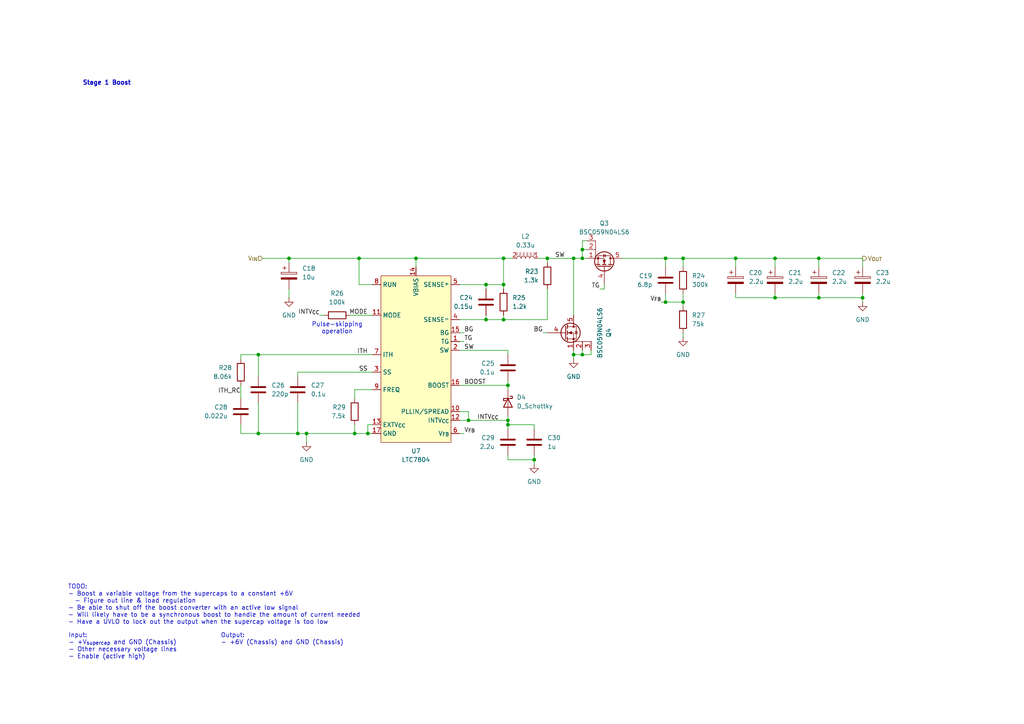
<source format=kicad_sch>
(kicad_sch (version 20250114) (generator "eeschema") (generator_version "9.0")
  (paper "A4")
  (title_block (title "Output Boost (Stage 1)") (date "2025-02-12") (rev "1") (company "UT Robomaster") (comment 1 "Robomaster"))
  (lib_symbols
    (symbol "Device:C" (pin_numbers (hide yes)) (pin_names (offset 0.254))
      (property "Reference" "C" (at 0.635 2.54 0))
      (property "Value" "C" (at 0.635 -2.54 0))
      (symbol "C_0_1"
        (polyline (pts (xy -2.032 0.762) (xy 2.032 0.762)) (stroke (width 0.508)))
        (polyline (pts (xy -2.032 -0.762) (xy 2.032 -0.762)) (stroke (width 0.508)))
      )
      (symbol "C_1_1"
        (pin passive line (at 0 3.81 270) (length 2.794) (name "~") (number "1"))
        (pin passive line (at 0 -3.81 90) (length 2.794) (name "~") (number "2"))
      )
    )
    (symbol "Device:C_Polarized" (pin_numbers (hide yes)) (pin_names (offset 0.254))
      (property "Reference" "C" (at 0.635 2.54 0))
      (property "Value" "C_Polarized" (at 0.635 -2.54 0))
      (symbol "C_Polarized_0_1"
        (rectangle (start -2.286 0.508) (end 2.286 1.016))
        (polyline (pts (xy -1.778 2.286) (xy -0.762 2.286)))
        (polyline (pts (xy -1.27 2.794) (xy -1.27 1.778)))
        (rectangle (start 2.286 -0.508) (end -2.286 -1.016) (fill (type outline)))
      )
      (symbol "C_Polarized_1_1"
        (pin passive line (at 0 3.81 270) (length 2.794) (name "~") (number "1"))
        (pin passive line (at 0 -3.81 90) (length 2.794) (name "~") (number "2"))
      )
    )
    (symbol "Device:D_Schottky" (pin_numbers (hide yes)) (pin_names (offset 1.016) (hide yes))
      (property "Reference" "D" (at 0 2.54 0))
      (property "Value" "D_Schottky" (at 0 -2.54 0))
      (symbol "D_Schottky_0_1"
        (polyline (pts (xy -1.905 0.635) (xy -1.905 1.27) (xy -1.27 1.27) (xy -1.27 -1.27) (xy -0.635 -1.27) (xy -0.635 -0.635)) (stroke (width 0.254)))
        (polyline (pts (xy 1.27 1.27) (xy 1.27 -1.27) (xy -1.27 0) (xy 1.27 1.27)) (stroke (width 0.254)))
        (polyline (pts (xy 1.27 0) (xy -1.27 0)))
      )
      (symbol "D_Schottky_1_1"
        (pin passive line (at -3.81 0 0) (length 2.54) (name "K") (number "1"))
        (pin passive line (at 3.81 0 180) (length 2.54) (name "A") (number "2"))
      )
    )
    (symbol "Device:L_Ferrite" (pin_names (offset 1.016) (hide yes))
      (property "Reference" "L" (at -1.27 0 90))
      (property "Value" "L_Ferrite" (at 2.794 0 90))
      (symbol "L_Ferrite_0_1"
        (arc (start 0 2.54) (mid 0.6323 1.905) (end 0 1.27))
        (arc (start 0 1.27) (mid 0.6323 0.635) (end 0 0))
        (arc (start 0 0) (mid 0.6323 -0.635) (end 0 -1.27))
        (arc (start 0 -1.27) (mid 0.6323 -1.905) (end 0 -2.54))
        (polyline (pts (xy 1.016 2.286) (xy 1.016 2.794)))
        (polyline (pts (xy 1.016 1.27) (xy 1.016 1.778)))
        (polyline (pts (xy 1.016 0.254) (xy 1.016 0.762)))
        (polyline (pts (xy 1.016 -0.762) (xy 1.016 -0.254)))
        (polyline (pts (xy 1.016 -1.778) (xy 1.016 -1.27)))
        (polyline (pts (xy 1.016 -2.794) (xy 1.016 -2.286)))
        (polyline (pts (xy 1.524 2.794) (xy 1.524 2.286)))
        (polyline (pts (xy 1.524 1.778) (xy 1.524 1.27)))
        (polyline (pts (xy 1.524 0.762) (xy 1.524 0.254)))
        (polyline (pts (xy 1.524 -0.254) (xy 1.524 -0.762)))
        (polyline (pts (xy 1.524 -1.27) (xy 1.524 -1.778)))
        (polyline (pts (xy 1.524 -2.286) (xy 1.524 -2.794)))
      )
      (symbol "L_Ferrite_1_1"
        (pin passive line (at 0 3.81 270) (length 1.27) (name "1") (number "1"))
        (pin passive line (at 0 -3.81 90) (length 1.27) (name "2") (number "2"))
      )
    )
    (symbol "Device:R" (pin_numbers (hide yes)) (pin_names (offset 0))
      (property "Reference" "R" (at 2.032 0 90))
      (property "Value" "R" (at 0 0 90))
      (symbol "R_0_1"
        (rectangle (start -1.016 -2.54) (end 1.016 2.54) (stroke (width 0.254)))
      )
      (symbol "R_1_1"
        (pin passive line (at 0 3.81 270) (length 1.27) (name "~") (number "1"))
        (pin passive line (at 0 -3.81 90) (length 1.27) (name "~") (number "2"))
      )
    )
    (symbol "LTC7804_1"
      (property "Reference" "U" (at 0 -50.8 0))
      (property "Value" "LTC7804" (at 0 -52.832 0))
      (symbol "LTC7804_1_1_1"
        (rectangle (start -10.16 -1.27) (end 10.16 -49.53) (fill (type background)))
        (pin input line (at -12.7 -3.81 0) (length 2.54) (name "RUN") (number "8"))
        (pin input line (at -12.7 -12.7 0) (length 2.54) (name "MODE") (number "11"))
        (pin input line (at -12.7 -24.13 0) (length 2.54) (name "ITH") (number "7"))
        (pin input line (at -12.7 -29.21 0) (length 2.54) (name "SS") (number "3"))
        (pin input line (at -12.7 -34.29 0) (length 2.54) (name "FREQ") (number "9"))
        (pin power_in line (at -12.7 -44.45 0) (length 2.54) (name "EXTV_{CC}") (number "13"))
        (pin passive line (at -12.7 -46.99 0) (length 2.54) (name "GND") (number "17"))
        (pin input line (at 0 1.27 270) (length 2.54) (name "VBIAS") (number "14"))
        (pin input line (at 12.7 -3.81 180) (length 2.54) (name "SENSE^{+}") (number "5"))
        (pin input line (at 12.7 -13.97 180) (length 2.54) (name "SENSE^{-}") (number "4"))
        (pin output line (at 12.7 -17.78 180) (length 2.54) (name "BG") (number "15"))
        (pin output line (at 12.7 -20.32 180) (length 2.54) (name "TG") (number "1"))
        (pin power_in line (at 12.7 -22.86 180) (length 2.54) (name "SW") (number "2"))
        (pin power_in line (at 12.7 -33.02 180) (length 2.54) (name "BOOST") (number "16"))
        (pin input line (at 12.7 -40.64 180) (length 2.54) (name "PLLIN/SPREAD") (number "10"))
        (pin output line (at 12.7 -43.18 180) (length 2.54) (name "INTV_{CC}") (number "12"))
        (pin input line (at 12.7 -46.99 180) (length 2.54) (name "V_{FB}") (number "6"))
      )
    )
    (symbol "Transistor_FET:Q_NMOS_SGD" (pin_names (offset 0) (hide yes))
      (property "Reference" "Q4" (at 6.35 1.2701 0))
      (property "Value" "BSC059N04LS6" (at 6.35 -1.2699 0))
      (symbol "Q_NMOS_SGD_0_1"
        (polyline (pts (xy 0.254 1.905) (xy 0.254 -1.905)) (stroke (width 0.254)))
        (polyline (pts (xy 0.254 0) (xy -2.54 0)))
        (polyline (pts (xy 0.762 2.286) (xy 0.762 1.27)) (stroke (width 0.254)))
        (polyline (pts (xy 0.762 0.508) (xy 0.762 -0.508)) (stroke (width 0.254)))
        (polyline (pts (xy 0.762 -1.27) (xy 0.762 -2.286)) (stroke (width 0.254)))
        (polyline (pts (xy 0.762 -1.778) (xy 3.302 -1.778) (xy 3.302 1.778) (xy 0.762 1.778)))
        (polyline (pts (xy 1.016 0) (xy 2.032 0.381) (xy 2.032 -0.381) (xy 1.016 0)) (fill (type outline)))
        (circle (center 1.651 0) (radius 2.794) (stroke (width 0.254)))
        (polyline (pts (xy 2.54 2.54) (xy 2.54 1.778)))
        (circle (center 2.54 1.778) (radius 0.254) (fill (type outline)))
        (circle (center 2.54 -1.778) (radius 0.254) (fill (type outline)))
        (polyline (pts (xy 2.54 -2.54) (xy 2.54 0) (xy 0.762 0)))
        (polyline (pts (xy 2.921 0.381) (xy 3.683 0.381)))
        (polyline (pts (xy 3.302 0.381) (xy 2.921 -0.254) (xy 3.683 -0.254) (xy 3.302 0.381)))
        (polyline (pts (xy 7.62 -2.54) (xy 2.54 -2.54)))
      )
      (symbol "Q_NMOS_SGD_1_1"
        (pin input line (at -5.08 0 0) (length 5.08) (name "G") (number "4"))
        (pin passive line (at 2.54 5.08 270) (length 2.54) (name "D") (number "5"))
        (pin passive line (at 2.54 -5.08 90) (length 2.54) (name "S") (number "1"))
        (pin passive line (at 5.08 -5.08 90) (length 2.54) (name "S") (number "2"))
        (pin passive line (at 7.62 -5.08 90) (length 2.54) (name "S") (number "3"))
      )
    )
    (symbol "power:GND" (power) (pin_numbers (hide yes)) (pin_names (offset 0) (hide yes))
      (property "Value" "GND" (at 0 -3.81 0))
      (symbol "GND_0_1"
        (polyline (pts (xy 0 0) (xy 0 -1.27) (xy 1.27 -1.27) (xy 0 -2.54) (xy -1.27 -1.27) (xy 0 -1.27)))
      )
      (symbol "GND_1_1"
        (pin power_in line (at 0 0 270) (length 0) (name "~") (number "1"))
      )
    )
  )
  (text "Pulse-skipping\noperation" (at 97.79 93.472 0) (effects (font (size 1.27 1.27)) (justify top)))
  (text "TODO:\n- Boost a variable voltage from the supercaps to a constant +6V\n  - Figure out line & load regulation\n- Be able to shut off the boost converter with an active low signal\n- Will likely have to be a synchronous boost to handle the amount of current needed\n- Have a UVLO to lock out the output when the supercap voltage is too low" (at 19.685 169.545 0) (effects (font (size 1.27 1.27)) (justify left top)))
  (text "Output:\n- +6V (Chassis) and GND (Chassis)" (at 64.008 183.642 0) (effects (font (size 1.27 1.27)) (justify left top)))
  (text "Input:\n- +V_{supercap} and GND (Chassis)\n- Other necessary voltage lines\n- Enable (active high)" (at 19.812 183.642 0) (effects (font (size 1.27 1.27)) (justify left top)))
  (text "Stage 1 Boost" (at 30.988 24.13 0) (effects (font (size 1.27 1.27) (thickness 0.254) (bold yes))))
  (junction (at 140.97 92.71))
  (junction (at 104.14 74.93))
  (junction (at 166.37 74.93))
  (junction (at 74.93 102.87))
  (junction (at 88.9 125.73))
  (junction (at 120.65 74.93))
  (junction (at 83.82 74.93))
  (junction (at 146.05 74.93))
  (junction (at 237.49 86.36))
  (junction (at 154.94 133.35))
  (junction (at 224.79 74.93))
  (junction (at 74.93 125.73))
  (junction (at 193.04 87.63))
  (junction (at 198.12 87.63))
  (junction (at 193.04 74.93))
  (junction (at 213.36 74.93))
  (junction (at 198.12 74.93))
  (junction (at 140.97 82.55))
  (junction (at 146.05 82.55))
  (junction (at 147.32 111.76))
  (junction (at 106.68 125.73))
  (junction (at 102.87 125.73))
  (junction (at 168.91 72.39))
  (junction (at 86.36 125.73))
  (junction (at 146.05 92.71))
  (junction (at 135.89 121.92))
  (junction (at 147.32 121.92))
  (junction (at 147.32 123.19))
  (junction (at 166.37 102.87))
  (junction (at 224.79 86.36))
  (junction (at 250.19 86.36))
  (junction (at 168.91 102.87))
  (junction (at 168.91 74.93))
  (junction (at 237.49 74.93))
  (junction (at 158.75 74.93))
  (wire (pts (xy 133.35 101.6) (xy 147.32 101.6)))
  (wire (pts (xy 166.37 101.6) (xy 166.37 102.87)))
  (wire (pts (xy 198.12 88.9) (xy 198.12 87.63)))
  (wire (pts (xy 168.91 101.6) (xy 168.91 102.87)))
  (wire (pts (xy 158.75 92.71) (xy 158.75 83.82)))
  (wire (pts (xy 83.82 83.82) (xy 83.82 86.36)))
  (wire (pts (xy 86.36 116.84) (xy 86.36 125.73)))
  (wire (pts (xy 102.87 113.03) (xy 102.87 115.57)))
  (wire (pts (xy 154.94 132.08) (xy 154.94 133.35)))
  (wire (pts (xy 147.32 110.49) (xy 147.32 111.76)))
  (wire (pts (xy 134.62 99.06) (xy 133.35 99.06)))
  (wire (pts (xy 135.89 121.92) (xy 133.35 121.92)))
  (wire (pts (xy 69.85 123.19) (xy 69.85 125.73)))
  (wire (pts (xy 83.82 74.93) (xy 104.14 74.93)))
  (wire (pts (xy 104.14 82.55) (xy 107.95 82.55)))
  (wire (pts (xy 180.34 74.93) (xy 193.04 74.93)))
  (wire (pts (xy 198.12 97.79) (xy 198.12 96.52)))
  (wire (pts (xy 171.45 101.6) (xy 171.45 102.87)))
  (wire (pts (xy 193.04 74.93) (xy 198.12 74.93)))
  (wire (pts (xy 171.45 102.87) (xy 168.91 102.87)))
  (wire (pts (xy 158.75 74.93) (xy 158.75 76.2)))
  (wire (pts (xy 146.05 74.93) (xy 148.59 74.93)))
  (wire (pts (xy 140.97 82.55) (xy 146.05 82.55)))
  (wire (pts (xy 224.79 74.93) (xy 213.36 74.93)))
  (wire (pts (xy 198.12 74.93) (xy 213.36 74.93)))
  (wire (pts (xy 154.94 123.19) (xy 154.94 124.46)))
  (wire (pts (xy 250.19 86.36) (xy 250.19 87.63)))
  (wire (pts (xy 237.49 86.36) (xy 237.49 85.09)))
  (wire (pts (xy 102.87 123.19) (xy 102.87 125.73)))
  (wire (pts (xy 146.05 92.71) (xy 158.75 92.71)))
  (wire (pts (xy 147.32 120.65) (xy 147.32 121.92)))
  (wire (pts (xy 168.91 69.85) (xy 168.91 72.39)))
  (wire (pts (xy 74.93 116.84) (xy 74.93 125.73)))
  (wire (pts (xy 92.71 91.44) (xy 93.98 91.44)))
  (wire (pts (xy 86.36 107.95) (xy 86.36 109.22)))
  (wire (pts (xy 237.49 74.93) (xy 237.49 77.47)))
  (wire (pts (xy 147.32 133.35) (xy 154.94 133.35)))
  (wire (pts (xy 224.79 74.93) (xy 224.79 77.47)))
  (wire (pts (xy 106.68 123.19) (xy 107.95 123.19)))
  (wire (pts (xy 147.32 123.19) (xy 147.32 124.46)))
  (wire (pts (xy 146.05 92.71) (xy 140.97 92.71)))
  (wire (pts (xy 120.65 74.93) (xy 146.05 74.93)))
  (wire (pts (xy 135.89 119.38) (xy 135.89 121.92)))
  (wire (pts (xy 168.91 102.87) (xy 166.37 102.87)))
  (wire (pts (xy 74.93 102.87) (xy 74.93 109.22)))
  (wire (pts (xy 198.12 87.63) (xy 193.04 87.63)))
  (wire (pts (xy 224.79 85.09) (xy 224.79 86.36)))
  (wire (pts (xy 237.49 74.93) (xy 224.79 74.93)))
  (wire (pts (xy 134.62 125.73) (xy 133.35 125.73)))
  (wire (pts (xy 120.65 77.47) (xy 120.65 74.93)))
  (wire (pts (xy 69.85 111.76) (xy 69.85 115.57)))
  (wire (pts (xy 193.04 77.47) (xy 193.04 74.93)))
  (wire (pts (xy 166.37 102.87) (xy 166.37 104.14)))
  (wire (pts (xy 146.05 74.93) (xy 146.05 82.55)))
  (wire (pts (xy 102.87 113.03) (xy 107.95 113.03)))
  (wire (pts (xy 175.26 83.82) (xy 173.99 83.82)))
  (wire (pts (xy 250.19 74.93) (xy 250.19 77.47)))
  (wire (pts (xy 198.12 74.93) (xy 198.12 77.47)))
  (wire (pts (xy 154.94 133.35) (xy 154.94 134.62)))
  (wire (pts (xy 74.93 125.73) (xy 86.36 125.73)))
  (wire (pts (xy 168.91 69.85) (xy 170.18 69.85)))
  (wire (pts (xy 88.9 125.73) (xy 102.87 125.73)))
  (wire (pts (xy 158.75 74.93) (xy 166.37 74.93)))
  (wire (pts (xy 147.32 132.08) (xy 147.32 133.35)))
  (wire (pts (xy 86.36 125.73) (xy 88.9 125.73)))
  (wire (pts (xy 107.95 102.87) (xy 74.93 102.87)))
  (wire (pts (xy 147.32 121.92) (xy 147.32 123.19)))
  (wire (pts (xy 140.97 82.55) (xy 140.97 83.82)))
  (wire (pts (xy 250.19 86.36) (xy 250.19 85.09)))
  (wire (pts (xy 107.95 107.95) (xy 86.36 107.95)))
  (wire (pts (xy 76.2 74.93) (xy 83.82 74.93)))
  (wire (pts (xy 166.37 74.93) (xy 166.37 91.44)))
  (wire (pts (xy 157.48 96.52) (xy 158.75 96.52)))
  (wire (pts (xy 191.77 87.63) (xy 193.04 87.63)))
  (wire (pts (xy 140.97 92.71) (xy 133.35 92.71)))
  (wire (pts (xy 133.35 82.55) (xy 140.97 82.55)))
  (wire (pts (xy 133.35 119.38) (xy 135.89 119.38)))
  (wire (pts (xy 106.68 125.73) (xy 107.95 125.73)))
  (wire (pts (xy 135.89 121.92) (xy 147.32 121.92)))
  (wire (pts (xy 104.14 74.93) (xy 104.14 82.55)))
  (wire (pts (xy 83.82 74.93) (xy 83.82 76.2)))
  (wire (pts (xy 237.49 74.93) (xy 250.19 74.93)))
  (wire (pts (xy 88.9 125.73) (xy 88.9 128.27)))
  (wire (pts (xy 69.85 125.73) (xy 74.93 125.73)))
  (wire (pts (xy 168.91 72.39) (xy 170.18 72.39)))
  (wire (pts (xy 101.6 91.44) (xy 107.95 91.44)))
  (wire (pts (xy 213.36 86.36) (xy 224.79 86.36)))
  (wire (pts (xy 156.21 74.93) (xy 158.75 74.93)))
  (wire (pts (xy 166.37 74.93) (xy 168.91 74.93)))
  (wire (pts (xy 147.32 101.6) (xy 147.32 102.87)))
  (wire (pts (xy 250.19 86.36) (xy 237.49 86.36)))
  (wire (pts (xy 193.04 87.63) (xy 193.04 85.09)))
  (wire (pts (xy 168.91 74.93) (xy 170.18 74.93)))
  (wire (pts (xy 147.32 123.19) (xy 154.94 123.19)))
  (wire (pts (xy 146.05 82.55) (xy 146.05 83.82)))
  (wire (pts (xy 133.35 111.76) (xy 147.32 111.76)))
  (wire (pts (xy 147.32 111.76) (xy 147.32 113.03)))
  (wire (pts (xy 213.36 74.93) (xy 213.36 77.47)))
  (wire (pts (xy 106.68 125.73) (xy 106.68 123.19)))
  (wire (pts (xy 213.36 85.09) (xy 213.36 86.36)))
  (wire (pts (xy 74.93 102.87) (xy 69.85 102.87)))
  (wire (pts (xy 224.79 86.36) (xy 237.49 86.36)))
  (wire (pts (xy 168.91 72.39) (xy 168.91 74.93)))
  (wire (pts (xy 104.14 74.93) (xy 120.65 74.93)))
  (wire (pts (xy 198.12 85.09) (xy 198.12 87.63)))
  (wire (pts (xy 146.05 91.44) (xy 146.05 92.71)))
  (wire (pts (xy 140.97 91.44) (xy 140.97 92.71)))
  (wire (pts (xy 175.26 82.55) (xy 175.26 83.82)))
  (wire (pts (xy 69.85 102.87) (xy 69.85 104.14)))
  (wire (pts (xy 102.87 125.73) (xy 106.68 125.73)))
  (wire (pts (xy 134.62 96.52) (xy 133.35 96.52)))
  (label "BG" (at 157.48 96.52 180))
  (label "ITH_RC" (at 69.85 114.3 180))
  (label "INTV_{CC}" (at 92.71 91.44 180))
  (label "ITH" (at 106.68 102.87 180))
  (label "SS" (at 106.68 107.95 180))
  (label "INTV_{CC}" (at 138.43 121.92 0))
  (label "BG" (at 134.62 96.52 0))
  (label "TG" (at 134.62 99.06 0))
  (label "SW" (at 134.62 101.6 0))
  (label "SW" (at 163.83 74.93 180))
  (label "V_{FB}" (at 134.62 125.73 0))
  (label "TG" (at 173.99 83.82 180))
  (label "MODE" (at 106.68 91.44 180))
  (label "V_{FB}" (at 191.77 87.63 180))
  (label "BOOST" (at 134.62 111.76 0))
  (hierarchical_label "V_{OUT}" (shape output) (at 250.19 74.93 0))
  (hierarchical_label "V_{IN}" (shape input) (at 76.2 74.93 180))
  (symbol (lib_id "Device:C") (at 193.04 81.28 0) (mirror y) (unit 1)
    (property "Reference" "C19" (at 189.23 80.0099 0) (effects (justify left)))
    (property "Value" "6.8p" (at 189.23 82.5499 0) (effects (justify left)))
    (property "Footprint" "Capacitor_SMD:C_0603_1608Metric_Pad1.08x0.95mm_HandSolder" (effects (hide yes)))
    (property "Description" "Unpolarized capacitor" (effects (hide yes)))
  )
  (symbol (lib_id "Device:R") (at 69.85 107.95 0) (unit 1)
    (property "Reference" "R28" (at 67.31 106.6799 0) (effects (justify right)))
    (property "Value" "8.06k" (at 67.31 109.2199 0) (effects (justify right)))
    (property "Footprint" "Resistor_SMD:R_0603_1608Metric_Pad0.98x0.95mm_HandSolder" (effects (hide yes)))
    (property "Description" "Resistor" (effects (hide yes)))
  )
  (symbol (lib_id "Transistor_FET:Q_NMOS_SGD") (at 163.83 96.52 0) (unit 1)
    (property "Reference" "Q4" (at 176.53 96.52 90))
    (property "Value" "BSC059N04LS6" (at 173.99 96.52 90))
    (property "Footprint" "Package_SON:Infineon_PG-TDSON-8_6.15x5.15mm" (effects (hide yes)))
    (property "Datasheet" "https://www.mouser.com/datasheet/2/196/Infineon_BSC059N04LS6_DataSheet_v02_01_EN-3360636.pdf" (effects (hide yes)))
    (property "Description" "N-MOSFET transistor, source/gate/drain" (effects (hide yes)))
    (property "Mouser Part Number" "726-BSC059N04LS6ATMA" (effects (hide yes)))
  )
  (symbol (lib_id "power:GND") (at 250.19 87.63 0) (unit 1)
    (property "Reference" "#PWR044" (effects (hide yes)))
    (property "Value" "GND" (at 250.19 92.71 0))
    (property "Description" "Power symbol creates a global label with name \"GND\" , ground" (effects (hide yes)))
  )
  (symbol (lib_name "LTC7804_1") (lib_id "! Robomaster ICs:LTC7804") (at 120.65 78.74 0) (unit 1)
    (property "Reference" "U7" (at 120.65 130.81 0))
    (property "Value" "LTC7804" (at 120.65 133.35 0))
    (property "Footprint" "Package_DFN_QFN:QFN-16-1EP_3x3mm_P0.5mm_EP1.45x1.45mm" (effects (hide yes)))
    (property "Datasheet" "https://www.analog.com/media/en/technical-documentation/data-sheets/ltc7804.pdf" (effects (hide yes)))
    (property "Description" "Low IQ Synchronous Boost Controller with Spread Spectrum" (effects (hide yes)))
  )
  (symbol (lib_id "Device:C") (at 154.94 128.27 0) (unit 1)
    (property "Reference" "C30" (at 158.75 126.9999 0) (effects (justify left)))
    (property "Value" "1u" (at 158.75 129.5399 0) (effects (justify left)))
    (property "Footprint" "Capacitor_SMD:C_0603_1608Metric_Pad1.08x0.95mm_HandSolder" (effects (hide yes)))
    (property "Description" "Unpolarized capacitor" (effects (hide yes)))
  )
  (symbol (lib_id "Device:L_Ferrite") (at 152.4 74.93 270) (mirror x) (unit 1)
    (property "Reference" "L2" (at 152.4 68.58 90))
    (property "Value" "0.33u" (at 152.4 71.12 90))
    (property "Footprint" "Inductor_SMD:L_Bourns_SRP7028A_7.3x6.6mm" (effects (hide yes)))
    (property "Datasheet" "https://www.mouser.com/datasheet/2/54/srp7028a-1391359.pdf" (effects (hide yes)))
    (property "Description" "Inductor with ferrite core" (effects (hide yes)))
    (property "Mouser Part Number" "652-SRP7028A-R33M" (effects (hide yes)))
  )
  (symbol (lib_id "Device:C") (at 147.32 128.27 0) (mirror y) (unit 1)
    (property "Reference" "C29" (at 143.51 126.9999 0) (effects (justify left)))
    (property "Value" "2.2u" (at 143.51 129.5399 0) (effects (justify left)))
    (property "Footprint" "Capacitor_SMD:C_0603_1608Metric_Pad1.08x0.95mm_HandSolder" (effects (hide yes)))
    (property "Description" "Unpolarized capacitor" (effects (hide yes)))
  )
  (symbol (lib_id "Device:R") (at 198.12 92.71 180) (unit 1)
    (property "Reference" "R27" (at 200.66 91.4399 0) (effects (justify right)))
    (property "Value" "75k" (at 200.66 93.9799 0) (effects (justify right)))
    (property "Footprint" "Resistor_SMD:R_0603_1608Metric_Pad0.98x0.95mm_HandSolder" (effects (hide yes)))
    (property "Description" "Resistor" (effects (hide yes)))
  )
  (symbol (lib_id "power:GND") (at 166.37 104.14 0) (unit 1)
    (property "Reference" "#PWR046" (effects (hide yes)))
    (property "Value" "GND" (at 166.37 109.22 0))
    (property "Description" "Power symbol creates a global label with name \"GND\" , ground" (effects (hide yes)))
  )
  (symbol (lib_id "power:GND") (at 198.12 97.79 0) (unit 1)
    (property "Reference" "#PWR045" (effects (hide yes)))
    (property "Value" "GND" (at 198.12 102.87 0))
    (property "Description" "Power symbol creates a global label with name \"GND\" , ground" (effects (hide yes)))
  )
  (symbol (lib_id "power:GND") (at 83.82 86.36 0) (unit 1)
    (property "Reference" "#PWR043" (effects (hide yes)))
    (property "Value" "GND" (at 83.82 91.44 0))
    (property "Description" "Power symbol creates a global label with name \"GND\" , ground" (effects (hide yes)))
  )
  (symbol (lib_id "Device:R") (at 146.05 87.63 180) (unit 1)
    (property "Reference" "R25" (at 148.59 86.3599 0) (effects (justify right)))
    (property "Value" "1.2k" (at 148.59 88.8999 0) (effects (justify right)))
    (property "Footprint" "Resistor_SMD:R_0603_1608Metric_Pad0.98x0.95mm_HandSolder" (effects (hide yes)))
    (property "Description" "Resistor" (effects (hide yes)))
  )
  (symbol (lib_id "Device:R") (at 158.75 80.01 0) (mirror x) (unit 1)
    (property "Reference" "R23" (at 156.21 78.7399 0) (effects (justify right)))
    (property "Value" "1.3k" (at 156.21 81.2799 0) (effects (justify right)))
    (property "Footprint" "Resistor_SMD:R_0603_1608Metric_Pad0.98x0.95mm_HandSolder" (effects (hide yes)))
    (property "Description" "Resistor" (effects (hide yes)))
  )
  (symbol (lib_id "Device:C_Polarized") (at 213.36 81.28 0) (unit 1)
    (property "Reference" "C20" (at 217.17 79.1209 0) (effects (justify left)))
    (property "Value" "2.2u" (at 217.17 81.6609 0) (effects (justify left)))
    (property "Footprint" "Capacitor_THT:CP_Radial_D5.0mm_P2.00mm" (effects (hide yes)))
    (property "Datasheet" "https://www.we-online.com/components/products/datasheet/860160672003.pdf" (effects (hide yes)))
    (property "Description" "Polarized capacitor" (effects (hide yes)))
    (property "Mouser Part Number" "710-860160672003" (effects (hide yes)))
  )
  (symbol (lib_id "Device:C_Polarized") (at 250.19 81.28 0) (unit 1)
    (property "Reference" "C23" (at 254 79.1209 0) (effects (justify left)))
    (property "Value" "2.2u" (at 254 81.6609 0) (effects (justify left)))
    (property "Footprint" "Capacitor_THT:CP_Radial_D5.0mm_P2.00mm" (effects (hide yes)))
    (property "Datasheet" "https://www.we-online.com/components/products/datasheet/860160672003.pdf" (effects (hide yes)))
    (property "Description" "Polarized capacitor" (effects (hide yes)))
    (property "Mouser Part Number" "710-860160672003" (effects (hide yes)))
  )
  (symbol (lib_id "Device:C_Polarized") (at 237.49 81.28 0) (unit 1)
    (property "Reference" "C22" (at 241.3 79.1209 0) (effects (justify left)))
    (property "Value" "2.2u" (at 241.3 81.6609 0) (effects (justify left)))
    (property "Footprint" "Capacitor_THT:CP_Radial_D5.0mm_P2.00mm" (effects (hide yes)))
    (property "Datasheet" "https://www.we-online.com/components/products/datasheet/860160672003.pdf" (effects (hide yes)))
    (property "Description" "Polarized capacitor" (effects (hide yes)))
    (property "Mouser Part Number" "710-860160672003" (effects (hide yes)))
  )
  (symbol (lib_id "power:GND") (at 154.94 134.62 0) (unit 1)
    (property "Reference" "#PWR048" (effects (hide yes)))
    (property "Value" "GND" (at 154.94 139.7 0))
    (property "Description" "Power symbol creates a global label with name \"GND\" , ground" (effects (hide yes)))
  )
  (symbol (lib_id "Device:R") (at 198.12 81.28 180) (unit 1)
    (property "Reference" "R24" (at 200.66 80.0099 0) (effects (justify right)))
    (property "Value" "300k" (at 200.66 82.5499 0) (effects (justify right)))
    (property "Footprint" "Resistor_SMD:R_0603_1608Metric_Pad0.98x0.95mm_HandSolder" (effects (hide yes)))
    (property "Description" "Resistor" (effects (hide yes)))
  )
  (symbol (lib_id "Device:C_Polarized") (at 83.82 80.01 0) (unit 1)
    (property "Reference" "C18" (at 87.63 77.8509 0) (effects (justify left)))
    (property "Value" "10u" (at 87.63 80.3909 0) (effects (justify left)))
    (property "Description" "Polarized capacitor" (effects (hide yes)))
  )
  (symbol (lib_id "Device:C") (at 74.93 113.03 0) (unit 1)
    (property "Reference" "C26" (at 78.74 111.7599 0) (effects (justify left)))
    (property "Value" "220p" (at 78.74 114.2999 0) (effects (justify left)))
    (property "Footprint" "Capacitor_SMD:C_0603_1608Metric_Pad1.08x0.95mm_HandSolder" (effects (hide yes)))
    (property "Description" "Unpolarized capacitor" (effects (hide yes)))
  )
  (symbol (lib_id "Device:R") (at 102.87 119.38 0) (unit 1)
    (property "Reference" "R29" (at 100.33 118.1099 0) (effects (justify right)))
    (property "Value" "7.5k" (at 100.33 120.6499 0) (effects (justify right)))
    (property "Footprint" "Resistor_SMD:R_0603_1608Metric_Pad0.98x0.95mm_HandSolder" (effects (hide yes)))
    (property "Description" "Resistor" (effects (hide yes)))
  )
  (symbol (lib_id "Device:C") (at 69.85 119.38 0) (unit 1)
    (property "Reference" "C28" (at 66.04 118.1099 0) (effects (justify right)))
    (property "Value" "0.022u" (at 66.04 120.6499 0) (effects (justify right)))
    (property "Footprint" "Capacitor_SMD:C_0603_1608Metric_Pad1.08x0.95mm_HandSolder" (effects (hide yes)))
    (property "Description" "Unpolarized capacitor" (effects (hide yes)))
  )
  (symbol (lib_id "Device:C") (at 86.36 113.03 0) (unit 1)
    (property "Reference" "C27" (at 90.17 111.7599 0) (effects (justify left)))
    (property "Value" "0.1u" (at 90.17 114.2999 0) (effects (justify left)))
    (property "Footprint" "Capacitor_SMD:C_0603_1608Metric_Pad1.08x0.95mm_HandSolder" (effects (hide yes)))
    (property "Description" "Unpolarized capacitor" (effects (hide yes)))
  )
  (symbol (lib_id "Device:R") (at 97.79 91.44 90) (unit 1)
    (property "Reference" "R26" (at 97.79 85.09 90))
    (property "Value" "100k" (at 97.79 87.63 90))
    (property "Footprint" "Resistor_SMD:R_0603_1608Metric_Pad0.98x0.95mm_HandSolder" (effects (hide yes)))
    (property "Description" "Resistor" (effects (hide yes)))
  )
  (symbol (lib_id "Device:C") (at 140.97 87.63 0) (mirror y) (unit 1)
    (property "Reference" "C24" (at 137.16 86.3599 0) (effects (justify left)))
    (property "Value" "0.15u" (at 137.16 88.8999 0) (effects (justify left)))
    (property "Footprint" "Capacitor_SMD:C_0603_1608Metric_Pad1.08x0.95mm_HandSolder" (effects (hide yes)))
    (property "Description" "Unpolarized capacitor" (effects (hide yes)))
  )
  (symbol (lib_id "power:GND") (at 88.9 128.27 0) (unit 1)
    (property "Reference" "#PWR047" (effects (hide yes)))
    (property "Value" "GND" (at 88.9 133.35 0))
    (property "Description" "Power symbol creates a global label with name \"GND\" , ground" (effects (hide yes)))
  )
  (symbol (lib_id "Device:C_Polarized") (at 224.79 81.28 0) (unit 1)
    (property "Reference" "C21" (at 228.6 79.1209 0) (effects (justify left)))
    (property "Value" "2.2u" (at 228.6 81.6609 0) (effects (justify left)))
    (property "Footprint" "Capacitor_THT:CP_Radial_D5.0mm_P2.00mm" (effects (hide yes)))
    (property "Datasheet" "https://www.we-online.com/components/products/datasheet/860160672003.pdf" (effects (hide yes)))
    (property "Description" "Polarized capacitor" (effects (hide yes)))
    (property "Mouser Part Number" "710-860160672003" (effects (hide yes)))
  )
  (symbol (lib_id "Device:C") (at 147.32 106.68 0) (mirror y) (unit 1)
    (property "Reference" "C25" (at 143.51 105.4099 0) (effects (justify left)))
    (property "Value" "0.1u" (at 143.51 107.9499 0) (effects (justify left)))
    (property "Footprint" "Capacitor_SMD:C_0603_1608Metric_Pad1.08x0.95mm_HandSolder" (effects (hide yes)))
    (property "Description" "Unpolarized capacitor" (effects (hide yes)))
  )
  (symbol (lib_id "Device:D_Schottky") (at 147.32 116.84 270) (unit 1)
    (property "Reference" "D4" (at 149.86 115.2524 90) (effects (justify left)))
    (property "Value" "D_Schottky" (at 149.86 117.7924 90) (effects (justify left)))
    (property "Description" "Schottky diode" (effects (hide yes)))
  )
  (symbol (lib_id "Transistor_FET:Q_NMOS_SGD") (at 175.26 77.47 270) (mirror x) (unit 1)
    (property "Reference" "Q3" (at 175.26 64.77 90))
    (property "Value" "BSC059N04LS6" (at 175.26 67.31 90))
    (property "Footprint" "Package_SON:Infineon_PG-TDSON-8_6.15x5.15mm" (effects (hide yes)))
    (property "Datasheet" "https://www.mouser.com/datasheet/2/196/Infineon_BSC059N04LS6_DataSheet_v02_01_EN-3360636.pdf" (effects (hide yes)))
    (property "Description" "N-MOSFET transistor, source/gate/drain" (effects (hide yes)))
    (property "Mouser Part Number" "726-BSC059N04LS6ATMA" (effects (hide yes)))
  )
)
</source>
